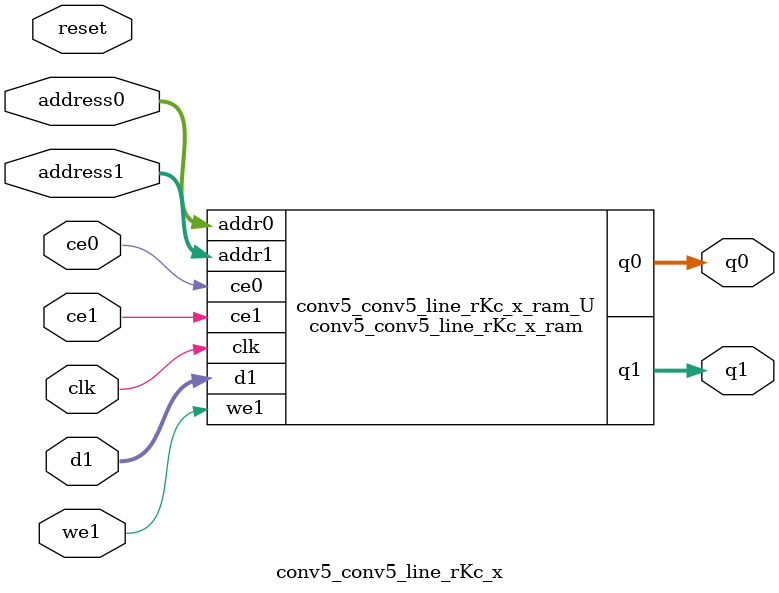
<source format=v>
`timescale 1 ns / 1 ps
module conv5_conv5_line_rKc_x_ram (addr0, ce0, q0, addr1, ce1, d1, we1, q1,  clk);

parameter DWIDTH = 5;
parameter AWIDTH = 5;
parameter MEM_SIZE = 22;

input[AWIDTH-1:0] addr0;
input ce0;
output reg[DWIDTH-1:0] q0;
input[AWIDTH-1:0] addr1;
input ce1;
input[DWIDTH-1:0] d1;
input we1;
output reg[DWIDTH-1:0] q1;
input clk;

(* ram_style = "distributed" *)reg [DWIDTH-1:0] ram[0:MEM_SIZE-1];




always @(posedge clk)  
begin 
    if (ce0) begin
        q0 <= ram[addr0];
    end
end


always @(posedge clk)  
begin 
    if (ce1) begin
        if (we1) 
            ram[addr1] <= d1; 
        q1 <= ram[addr1];
    end
end


endmodule

`timescale 1 ns / 1 ps
module conv5_conv5_line_rKc_x(
    reset,
    clk,
    address0,
    ce0,
    q0,
    address1,
    ce1,
    we1,
    d1,
    q1);

parameter DataWidth = 32'd5;
parameter AddressRange = 32'd22;
parameter AddressWidth = 32'd5;
input reset;
input clk;
input[AddressWidth - 1:0] address0;
input ce0;
output[DataWidth - 1:0] q0;
input[AddressWidth - 1:0] address1;
input ce1;
input we1;
input[DataWidth - 1:0] d1;
output[DataWidth - 1:0] q1;



conv5_conv5_line_rKc_x_ram conv5_conv5_line_rKc_x_ram_U(
    .clk( clk ),
    .addr0( address0 ),
    .ce0( ce0 ),
    .q0( q0 ),
    .addr1( address1 ),
    .ce1( ce1 ),
    .we1( we1 ),
    .d1( d1 ),
    .q1( q1 ));

endmodule


</source>
